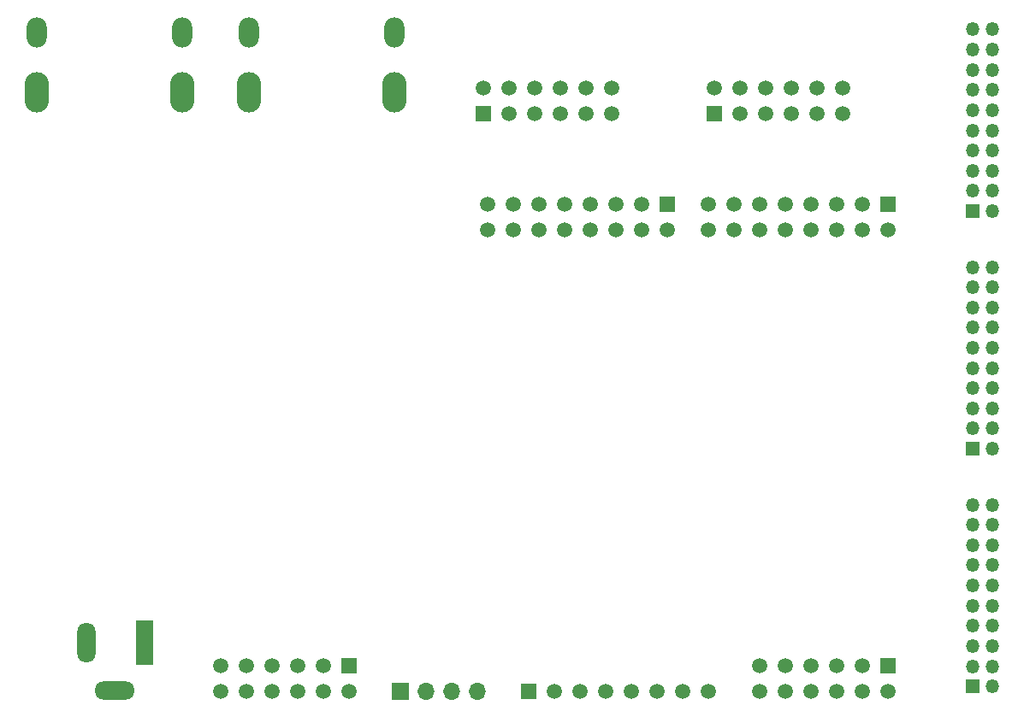
<source format=gbr>
%TF.GenerationSoftware,KiCad,Pcbnew,(6.0.6)*%
%TF.CreationDate,2022-08-23T23:43:20+09:00*%
%TF.ProjectId,ebaz_sdr,6562617a-5f73-4647-922e-6b696361645f,rev?*%
%TF.SameCoordinates,Original*%
%TF.FileFunction,Soldermask,Bot*%
%TF.FilePolarity,Negative*%
%FSLAX46Y46*%
G04 Gerber Fmt 4.6, Leading zero omitted, Abs format (unit mm)*
G04 Created by KiCad (PCBNEW (6.0.6)) date 2022-08-23 23:43:20*
%MOMM*%
%LPD*%
G01*
G04 APERTURE LIST*
%ADD10R,1.700000X1.700000*%
%ADD11O,1.700000X1.700000*%
%ADD12R,1.800000X4.400000*%
%ADD13O,1.800000X4.000000*%
%ADD14O,4.000000X1.800000*%
%ADD15R,1.500000X1.500000*%
%ADD16C,1.500000*%
%ADD17R,1.350000X1.350000*%
%ADD18O,1.350000X1.350000*%
%ADD19O,2.400000X4.000000*%
%ADD20O,2.000000X3.000000*%
G04 APERTURE END LIST*
D10*
%TO.C,J9*%
X138433277Y-138114532D03*
D11*
X140973277Y-138114532D03*
X143513277Y-138114532D03*
X146053277Y-138114532D03*
%TD*%
D12*
%TO.C,J7*%
X113157000Y-133258001D03*
D13*
X107357000Y-133258001D03*
D14*
X110157000Y-138058001D03*
%TD*%
D15*
%TO.C,PMODA1*%
X146638747Y-80848200D03*
D16*
X146638747Y-78308200D03*
X149178747Y-80848200D03*
X149178747Y-78308200D03*
X151718747Y-80848200D03*
X151718747Y-78308200D03*
X154258747Y-80848200D03*
X154258747Y-78308200D03*
X156798747Y-80848200D03*
X156798747Y-78308200D03*
X159338747Y-80848200D03*
X159338747Y-78308200D03*
%TD*%
D15*
%TO.C,J2J1*%
X164849277Y-89854532D03*
D16*
X164849277Y-92394532D03*
X162309277Y-89854532D03*
X162309277Y-92394532D03*
X159769277Y-89854532D03*
X159769277Y-92394532D03*
X157229277Y-89854532D03*
X157229277Y-92394532D03*
X154689277Y-89854532D03*
X154689277Y-92394532D03*
X152149277Y-89854532D03*
X152149277Y-92394532D03*
X149609277Y-89854532D03*
X149609277Y-92394532D03*
X147069277Y-89854532D03*
X147069277Y-92394532D03*
%TD*%
D15*
%TO.C,PMODB1*%
X169498747Y-80848200D03*
D16*
X169498747Y-78308200D03*
X172038747Y-80848200D03*
X172038747Y-78308200D03*
X174578747Y-80848200D03*
X174578747Y-78308200D03*
X177118747Y-80848200D03*
X177118747Y-78308200D03*
X179658747Y-80848200D03*
X179658747Y-78308200D03*
X182198747Y-80848200D03*
X182198747Y-78308200D03*
%TD*%
D17*
%TO.C,J6*%
X195065000Y-137625600D03*
D18*
X197065000Y-137625600D03*
X195065000Y-135625600D03*
X197065000Y-135625600D03*
X195065000Y-133625600D03*
X197065000Y-133625600D03*
X195065000Y-131625600D03*
X197065000Y-131625600D03*
X195065000Y-129625600D03*
X197065000Y-129625600D03*
X195065000Y-127625600D03*
X197065000Y-127625600D03*
X195065000Y-125625600D03*
X197065000Y-125625600D03*
X195065000Y-123625600D03*
X197065000Y-123625600D03*
X195065000Y-121625600D03*
X197065000Y-121625600D03*
X195065000Y-119625600D03*
X197065000Y-119625600D03*
%TD*%
D15*
%TO.C,J8*%
X133353277Y-135574532D03*
D16*
X133353277Y-138114532D03*
X130813277Y-135574532D03*
X130813277Y-138114532D03*
X128273277Y-135574532D03*
X128273277Y-138114532D03*
X125733277Y-135574532D03*
X125733277Y-138114532D03*
X123193277Y-135574532D03*
X123193277Y-138114532D03*
X120653277Y-135574532D03*
X120653277Y-138114532D03*
%TD*%
D17*
%TO.C,J5*%
X195065000Y-114079800D03*
D18*
X197065000Y-114079800D03*
X195065000Y-112079800D03*
X197065000Y-112079800D03*
X195065000Y-110079800D03*
X197065000Y-110079800D03*
X195065000Y-108079800D03*
X197065000Y-108079800D03*
X195065000Y-106079800D03*
X197065000Y-106079800D03*
X195065000Y-104079800D03*
X197065000Y-104079800D03*
X195065000Y-102079800D03*
X197065000Y-102079800D03*
X195065000Y-100079800D03*
X197065000Y-100079800D03*
X195065000Y-98079800D03*
X197065000Y-98079800D03*
X195065000Y-96079800D03*
X197065000Y-96079800D03*
%TD*%
D15*
%TO.C,J1*%
X186693277Y-89854532D03*
D16*
X186693277Y-92394532D03*
X184153277Y-89854532D03*
X184153277Y-92394532D03*
X181613277Y-89854532D03*
X181613277Y-92394532D03*
X179073277Y-89854532D03*
X179073277Y-92394532D03*
X176533277Y-89854532D03*
X176533277Y-92394532D03*
X173993277Y-89854532D03*
X173993277Y-92394532D03*
X171453277Y-89854532D03*
X171453277Y-92394532D03*
X168913277Y-89854532D03*
X168913277Y-92394532D03*
%TD*%
D19*
%TO.C,HDMI2*%
X102424343Y-78727399D03*
X116824344Y-78727399D03*
D20*
X102424343Y-72827401D03*
X116824344Y-72827401D03*
%TD*%
D17*
%TO.C,J4*%
X195065000Y-90534000D03*
D18*
X197065000Y-90534000D03*
X195065000Y-88534000D03*
X197065000Y-88534000D03*
X195065000Y-86534000D03*
X197065000Y-86534000D03*
X195065000Y-84534000D03*
X197065000Y-84534000D03*
X195065000Y-82534000D03*
X197065000Y-82534000D03*
X195065000Y-80534000D03*
X197065000Y-80534000D03*
X195065000Y-78534000D03*
X197065000Y-78534000D03*
X195065000Y-76534000D03*
X197065000Y-76534000D03*
X195065000Y-74534000D03*
X197065000Y-74534000D03*
X195065000Y-72534000D03*
X197065000Y-72534000D03*
%TD*%
D19*
%TO.C,HDMI1*%
X123424351Y-78727399D03*
X137824352Y-78727399D03*
D20*
X123424351Y-72827401D03*
X137824352Y-72827401D03*
%TD*%
D15*
%TO.C,J2*%
X186693277Y-135574532D03*
D16*
X186693277Y-138114532D03*
X184153277Y-135574532D03*
X184153277Y-138114532D03*
X181613277Y-135574532D03*
X181613277Y-138114532D03*
X179073277Y-135574532D03*
X179073277Y-138114532D03*
X176533277Y-135574532D03*
X176533277Y-138114532D03*
X173993277Y-135574532D03*
X173993277Y-138114532D03*
%TD*%
D15*
%TO.C,J3*%
X151133277Y-138114532D03*
D16*
X153673277Y-138114532D03*
X156213277Y-138114532D03*
X158753277Y-138114532D03*
X161293277Y-138114532D03*
X163833277Y-138114532D03*
X166373277Y-138114532D03*
X168913277Y-138114532D03*
%TD*%
M02*

</source>
